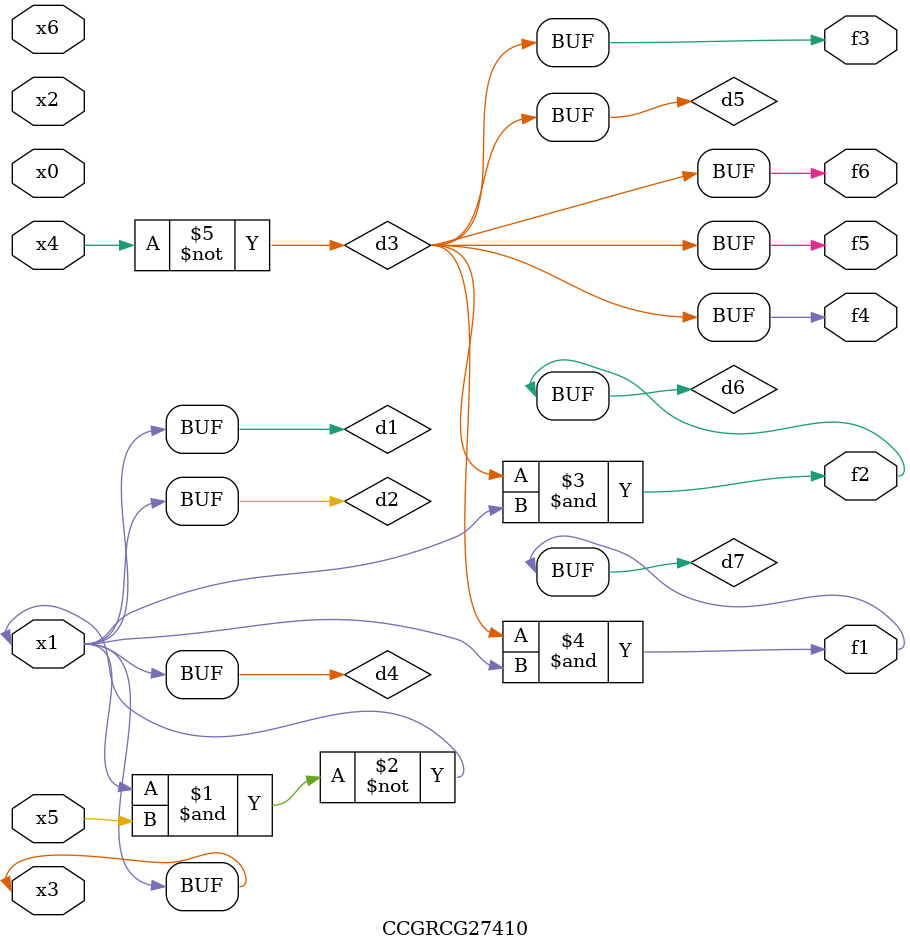
<source format=v>
module CCGRCG27410(
	input x0, x1, x2, x3, x4, x5, x6,
	output f1, f2, f3, f4, f5, f6
);

	wire d1, d2, d3, d4, d5, d6, d7;

	buf (d1, x1, x3);
	nand (d2, x1, x5);
	not (d3, x4);
	buf (d4, d1, d2);
	buf (d5, d3);
	and (d6, d3, d4);
	and (d7, d3, d4);
	assign f1 = d7;
	assign f2 = d6;
	assign f3 = d5;
	assign f4 = d5;
	assign f5 = d5;
	assign f6 = d5;
endmodule

</source>
